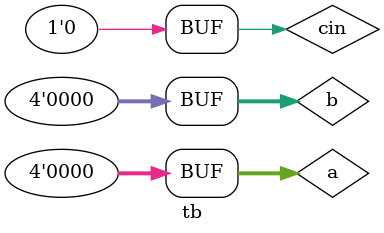
<source format=v>
module tb ;
	reg cin;
	reg [3:0]a,b;
	wire cout;
	wire [3:0]s;
	four_b_rca rc (.cout(cout),.s(s),.cin(cin),.a(a),.b(b));
	initial
	begin
	$monitor ("a=%b\t b=%b\t cin=%b\t s=%b\t cout=%b",a,b,cin,s,cout);
	a= 4'b0000;
	b= 4'b0000;
	cin = 1'b0;
end
initial begin
repeat(2)
	repeat (15)
	begin 
		repeat(16)
		begin
			#20;
			b=b+1;
		end
		a=a+1;#20;
	end
	cin=cin+1;
end
endmodule 
</source>
